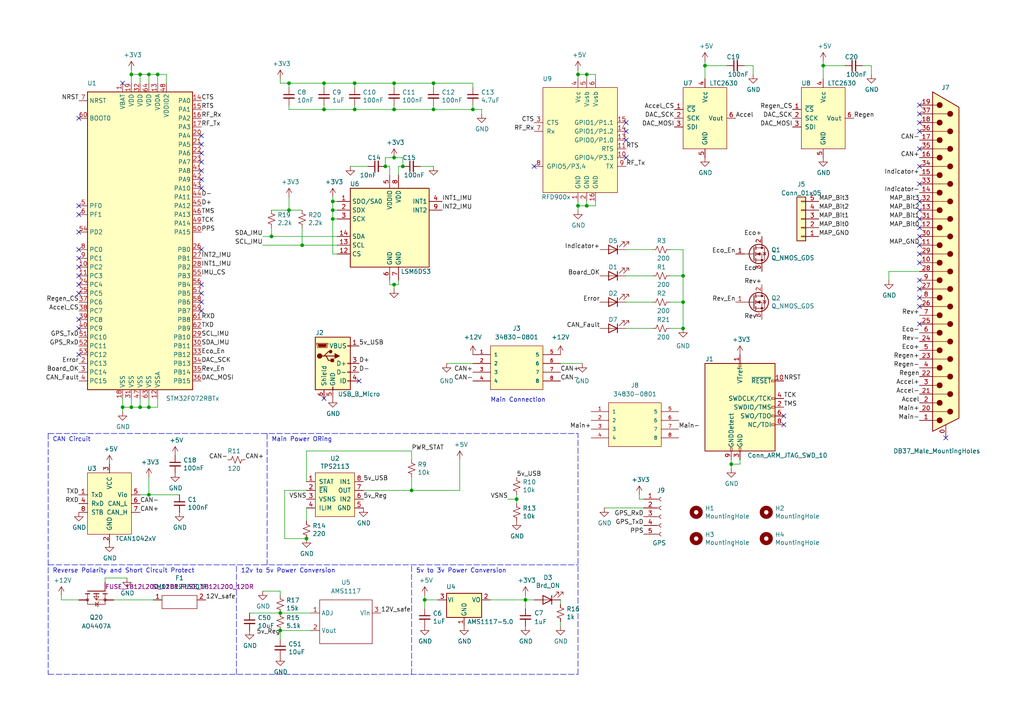
<source format=kicad_sch>
(kicad_sch (version 20211123) (generator eeschema)
  (paper "A4")
  (junction (at 198.12 87.63))
  (junction (at 125.73 31.75))
  (junction (at 119.38 142.24))
  (junction (at 114.3 82.55))
  (junction (at 137.16 31.75))
  (junction (at 212.09 134.62))
  (junction (at 114.3 31.75))
  (junction (at 111.76 48.26))
  (junction (at 204.47 19.05))
  (junction (at 167.64 59.69))
  (junction (at 78.74 68.58))
  (junction (at 81.28 182.88))
  (junction (at 38.1 118.11))
  (junction (at 102.87 31.75))
  (junction (at 198.12 80.01))
  (junction (at 83.82 60.96))
  (junction (at 96.52 63.5))
  (junction (at 43.18 21.59))
  (junction (at 96.52 60.96))
  (junction (at 38.1 21.59))
  (junction (at 43.18 143.51))
  (junction (at 88.9 156.21))
  (junction (at 125.73 24.13))
  (junction (at 149.86 144.78))
  (junction (at 114.3 24.13))
  (junction (at 238.76 19.05))
  (junction (at 87.63 71.12))
  (junction (at 40.64 21.59))
  (junction (at 152.4 173.99))
  (junction (at 83.82 24.13))
  (junction (at 40.64 118.11))
  (junction (at 96.52 58.42))
  (junction (at 170.18 21.59))
  (junction (at 45.72 21.59))
  (junction (at 102.87 24.13))
  (junction (at 167.64 21.59))
  (junction (at 93.98 31.75))
  (junction (at 35.56 118.11))
  (junction (at 170.18 59.69))
  (junction (at 43.18 118.11))
  (junction (at 114.3 45.72))
  (junction (at 123.19 173.99))
  (junction (at 81.28 177.8))
  (junction (at 93.98 24.13))
  (junction (at 198.12 95.25))
  (junction (at 116.84 48.26))
  (no_connect (at 266.7 30.48))
  (no_connect (at 181.61 45.72))
  (no_connect (at 227.33 120.65))
  (no_connect (at 58.42 39.37))
  (no_connect (at 22.86 85.09))
  (no_connect (at 154.94 48.26))
  (no_connect (at 22.86 77.47))
  (no_connect (at 227.33 123.19))
  (no_connect (at 104.14 110.49))
  (no_connect (at 58.42 72.39))
  (no_connect (at 58.42 52.07))
  (no_connect (at 58.42 87.63))
  (no_connect (at 181.61 40.64))
  (no_connect (at 266.7 35.56))
  (no_connect (at 58.42 46.99))
  (no_connect (at 22.86 95.25))
  (no_connect (at 181.61 38.1))
  (no_connect (at 93.98 115.57))
  (no_connect (at 22.86 74.93))
  (no_connect (at 22.86 82.55))
  (no_connect (at 22.86 92.71))
  (no_connect (at 58.42 85.09))
  (no_connect (at 58.42 54.61))
  (no_connect (at 58.42 49.53))
  (no_connect (at 266.7 60.96))
  (no_connect (at 266.7 76.2))
  (no_connect (at 266.7 81.28))
  (no_connect (at 266.7 86.36))
  (no_connect (at 266.7 71.12))
  (no_connect (at 266.7 66.04))
  (no_connect (at 274.32 127))
  (no_connect (at 35.56 24.13))
  (no_connect (at 266.7 53.34))
  (no_connect (at 266.7 58.42))
  (no_connect (at 266.7 63.5))
  (no_connect (at 266.7 43.18))
  (no_connect (at 266.7 48.26))
  (no_connect (at 266.7 33.02))
  (no_connect (at 266.7 38.1))
  (no_connect (at 266.7 73.66))
  (no_connect (at 266.7 68.58))
  (no_connect (at 266.7 83.82))
  (no_connect (at 266.7 88.9))
  (no_connect (at 266.7 93.98))
  (no_connect (at 181.61 35.56))
  (no_connect (at 22.86 67.31))
  (no_connect (at 22.86 72.39))
  (no_connect (at 22.86 80.01))
  (no_connect (at 58.42 90.17))
  (no_connect (at 22.86 102.87))
  (no_connect (at 22.86 62.23))
  (no_connect (at 58.42 44.45))
  (no_connect (at 58.42 82.55))
  (no_connect (at 22.86 59.69))
  (no_connect (at 58.42 41.91))
  (no_connect (at 22.86 34.29))
  (wire (pts (xy 81.28 182.88) (xy 90.17 182.88)))
  (wire (pts (xy 194.31 72.39) (xy 198.12 72.39)))
  (wire (pts (xy 218.44 19.05) (xy 215.9 19.05)))
  (wire (pts (xy 97.79 60.96) (xy 96.52 60.96)))
  (wire (pts (xy 96.52 58.42) (xy 96.52 60.96)))
  (wire (pts (xy 78.74 60.96) (xy 83.82 60.96)))
  (wire (pts (xy 38.1 118.11) (xy 35.56 118.11)))
  (polyline (pts (xy 77.47 125.73) (xy 77.47 163.83)))
  (wire (pts (xy 102.87 24.13) (xy 114.3 24.13)))
  (wire (pts (xy 198.12 87.63) (xy 198.12 95.25)))
  (wire (pts (xy 133.35 133.35) (xy 133.35 142.24)))
  (wire (pts (xy 252.73 19.05) (xy 250.19 19.05)))
  (wire (pts (xy 45.72 21.59) (xy 48.26 21.59)))
  (wire (pts (xy 43.18 143.51) (xy 52.07 143.51)))
  (wire (pts (xy 181.61 72.39) (xy 189.23 72.39)))
  (wire (pts (xy 149.86 143.51) (xy 149.86 144.78)))
  (wire (pts (xy 113.03 81.28) (xy 113.03 82.55)))
  (wire (pts (xy 17.78 173.99) (xy 22.86 173.99)))
  (wire (pts (xy 212.09 133.35) (xy 212.09 134.62)))
  (wire (pts (xy 93.98 30.48) (xy 93.98 31.75)))
  (wire (pts (xy 167.64 21.59) (xy 167.64 22.86)))
  (wire (pts (xy 40.64 115.57) (xy 40.64 118.11)))
  (wire (pts (xy 83.82 31.75) (xy 83.82 30.48)))
  (wire (pts (xy 48.26 21.59) (xy 48.26 24.13)))
  (wire (pts (xy 82.55 142.24) (xy 82.55 156.21)))
  (wire (pts (xy 93.98 25.4) (xy 93.98 24.13)))
  (wire (pts (xy 149.86 144.78) (xy 147.32 144.78)))
  (wire (pts (xy 78.74 68.58) (xy 97.79 68.58)))
  (wire (pts (xy 30.48 168.91) (xy 30.48 167.64)))
  (wire (pts (xy 214.63 134.62) (xy 212.09 134.62)))
  (polyline (pts (xy 13.97 163.83) (xy 167.64 163.83)))
  (wire (pts (xy 96.52 63.5) (xy 96.52 60.96)))
  (wire (pts (xy 93.98 24.13) (xy 102.87 24.13)))
  (wire (pts (xy 38.1 21.59) (xy 40.64 21.59)))
  (wire (pts (xy 167.64 20.32) (xy 167.64 21.59)))
  (wire (pts (xy 170.18 21.59) (xy 170.18 22.86)))
  (wire (pts (xy 123.19 173.99) (xy 123.19 176.53)))
  (wire (pts (xy 204.47 17.78) (xy 204.47 19.05)))
  (wire (pts (xy 252.73 21.59) (xy 252.73 19.05)))
  (wire (pts (xy 40.64 143.51) (xy 43.18 143.51)))
  (wire (pts (xy 181.61 95.25) (xy 189.23 95.25)))
  (wire (pts (xy 81.28 24.13) (xy 83.82 24.13)))
  (wire (pts (xy 119.38 138.43) (xy 119.38 142.24)))
  (wire (pts (xy 185.42 144.78) (xy 186.69 144.78)))
  (wire (pts (xy 129.54 105.41) (xy 137.16 105.41)))
  (wire (pts (xy 93.98 31.75) (xy 83.82 31.75)))
  (wire (pts (xy 111.76 48.26) (xy 111.76 45.72)))
  (wire (pts (xy 204.47 19.05) (xy 210.82 19.05)))
  (wire (pts (xy 88.9 139.7) (xy 88.9 130.81)))
  (wire (pts (xy 113.03 82.55) (xy 114.3 82.55)))
  (wire (pts (xy 82.55 142.24) (xy 88.9 142.24)))
  (wire (pts (xy 115.57 48.26) (xy 116.84 48.26)))
  (wire (pts (xy 87.63 71.12) (xy 97.79 71.12)))
  (wire (pts (xy 102.87 30.48) (xy 102.87 31.75)))
  (wire (pts (xy 81.28 172.72) (xy 81.28 171.45)))
  (polyline (pts (xy 167.64 195.58) (xy 167.64 125.73)))
  (wire (pts (xy 43.18 21.59) (xy 45.72 21.59)))
  (wire (pts (xy 152.4 172.72) (xy 152.4 173.99)))
  (wire (pts (xy 123.19 173.99) (xy 127 173.99)))
  (wire (pts (xy 194.31 87.63) (xy 198.12 87.63)))
  (wire (pts (xy 45.72 115.57) (xy 45.72 118.11)))
  (wire (pts (xy 114.3 30.48) (xy 114.3 31.75)))
  (wire (pts (xy 40.64 118.11) (xy 38.1 118.11)))
  (wire (pts (xy 170.18 59.69) (xy 170.18 58.42)))
  (wire (pts (xy 111.76 45.72) (xy 114.3 45.72)))
  (wire (pts (xy 152.4 173.99) (xy 152.4 176.53)))
  (wire (pts (xy 198.12 72.39) (xy 198.12 80.01)))
  (wire (pts (xy 139.7 33.02) (xy 139.7 31.75)))
  (wire (pts (xy 172.72 59.69) (xy 172.72 58.42)))
  (wire (pts (xy 114.3 82.55) (xy 114.3 83.82)))
  (wire (pts (xy 167.64 59.69) (xy 167.64 60.96)))
  (wire (pts (xy 170.18 21.59) (xy 172.72 21.59)))
  (polyline (pts (xy 13.97 125.73) (xy 167.64 125.73)))
  (wire (pts (xy 125.73 48.26) (xy 121.92 48.26)))
  (wire (pts (xy 81.28 177.8) (xy 90.17 177.8)))
  (wire (pts (xy 72.39 177.8) (xy 81.28 177.8)))
  (wire (pts (xy 266.7 78.74) (xy 257.81 78.74)))
  (wire (pts (xy 115.57 82.55) (xy 114.3 82.55)))
  (wire (pts (xy 76.2 68.58) (xy 78.74 68.58)))
  (wire (pts (xy 96.52 57.15) (xy 96.52 58.42)))
  (wire (pts (xy 167.64 21.59) (xy 170.18 21.59)))
  (wire (pts (xy 114.3 31.75) (xy 102.87 31.75)))
  (wire (pts (xy 137.16 31.75) (xy 125.73 31.75)))
  (wire (pts (xy 96.52 58.42) (xy 97.79 58.42)))
  (wire (pts (xy 175.26 147.32) (xy 186.69 147.32)))
  (wire (pts (xy 194.31 95.25) (xy 198.12 95.25)))
  (wire (pts (xy 76.2 71.12) (xy 87.63 71.12)))
  (wire (pts (xy 114.3 45.72) (xy 116.84 45.72)))
  (wire (pts (xy 115.57 81.28) (xy 115.57 82.55)))
  (polyline (pts (xy 13.97 195.58) (xy 167.64 195.58)))
  (wire (pts (xy 154.94 173.99) (xy 152.4 173.99)))
  (wire (pts (xy 212.09 134.62) (xy 212.09 135.89)))
  (wire (pts (xy 162.56 173.99) (xy 162.56 175.26)))
  (wire (pts (xy 30.48 167.64) (xy 36.83 167.64)))
  (wire (pts (xy 238.76 22.86) (xy 238.76 19.05)))
  (wire (pts (xy 33.02 173.99) (xy 46.99 173.99)))
  (wire (pts (xy 78.74 66.04) (xy 78.74 68.58)))
  (wire (pts (xy 81.28 22.86) (xy 81.28 24.13)))
  (wire (pts (xy 119.38 142.24) (xy 133.35 142.24)))
  (wire (pts (xy 189.23 87.63) (xy 181.61 87.63)))
  (wire (pts (xy 43.18 118.11) (xy 40.64 118.11)))
  (wire (pts (xy 88.9 151.13) (xy 88.9 147.32)))
  (wire (pts (xy 101.6 48.26) (xy 106.68 48.26)))
  (polyline (pts (xy 119.38 195.58) (xy 119.38 163.83)))
  (wire (pts (xy 125.73 31.75) (xy 114.3 31.75)))
  (wire (pts (xy 123.19 172.72) (xy 123.19 173.99)))
  (wire (pts (xy 167.64 59.69) (xy 170.18 59.69)))
  (wire (pts (xy 115.57 50.8) (xy 115.57 48.26)))
  (wire (pts (xy 17.78 172.72) (xy 17.78 173.99)))
  (wire (pts (xy 97.79 63.5) (xy 96.52 63.5)))
  (wire (pts (xy 116.84 45.72) (xy 116.84 48.26)))
  (wire (pts (xy 83.82 57.15) (xy 83.82 60.96)))
  (wire (pts (xy 185.42 143.51) (xy 185.42 144.78)))
  (wire (pts (xy 137.16 30.48) (xy 137.16 31.75)))
  (wire (pts (xy 83.82 60.96) (xy 87.63 60.96)))
  (wire (pts (xy 125.73 30.48) (xy 125.73 31.75)))
  (wire (pts (xy 125.73 24.13) (xy 137.16 24.13)))
  (wire (pts (xy 38.1 21.59) (xy 38.1 20.32)))
  (wire (pts (xy 35.56 119.38) (xy 35.56 118.11)))
  (wire (pts (xy 40.64 21.59) (xy 43.18 21.59)))
  (polyline (pts (xy 13.97 125.73) (xy 13.97 195.58)))
  (wire (pts (xy 238.76 19.05) (xy 245.11 19.05)))
  (wire (pts (xy 181.61 80.01) (xy 189.23 80.01)))
  (wire (pts (xy 38.1 24.13) (xy 38.1 21.59)))
  (wire (pts (xy 194.31 80.01) (xy 198.12 80.01)))
  (wire (pts (xy 45.72 21.59) (xy 45.72 24.13)))
  (wire (pts (xy 139.7 31.75) (xy 137.16 31.75)))
  (wire (pts (xy 113.03 48.26) (xy 111.76 48.26)))
  (wire (pts (xy 35.56 118.11) (xy 35.56 115.57)))
  (wire (pts (xy 96.52 63.5) (xy 96.52 73.66)))
  (wire (pts (xy 162.56 180.34) (xy 162.56 181.61)))
  (wire (pts (xy 82.55 156.21) (xy 88.9 156.21)))
  (wire (pts (xy 88.9 130.81) (xy 119.38 130.81)))
  (wire (pts (xy 81.28 182.88) (xy 81.28 185.42)))
  (wire (pts (xy 87.63 66.04) (xy 87.63 71.12)))
  (wire (pts (xy 113.03 50.8) (xy 113.03 48.26)))
  (wire (pts (xy 142.24 173.99) (xy 152.4 173.99)))
  (wire (pts (xy 125.73 25.4) (xy 125.73 24.13)))
  (wire (pts (xy 43.18 21.59) (xy 43.18 24.13)))
  (wire (pts (xy 97.79 73.66) (xy 96.52 73.66)))
  (wire (pts (xy 204.47 22.86) (xy 204.47 19.05)))
  (wire (pts (xy 43.18 115.57) (xy 43.18 118.11)))
  (wire (pts (xy 198.12 80.01) (xy 198.12 87.63)))
  (wire (pts (xy 167.64 58.42) (xy 167.64 59.69)))
  (wire (pts (xy 43.18 138.43) (xy 43.18 143.51)))
  (wire (pts (xy 172.72 21.59) (xy 172.72 22.86)))
  (wire (pts (xy 40.64 21.59) (xy 40.64 24.13)))
  (wire (pts (xy 83.82 25.4) (xy 83.82 24.13)))
  (wire (pts (xy 119.38 130.81) (xy 119.38 133.35)))
  (wire (pts (xy 114.3 25.4) (xy 114.3 24.13)))
  (wire (pts (xy 76.2 171.45) (xy 81.28 171.45)))
  (wire (pts (xy 45.72 118.11) (xy 43.18 118.11)))
  (wire (pts (xy 257.81 78.74) (xy 257.81 81.28)))
  (wire (pts (xy 83.82 24.13) (xy 93.98 24.13)))
  (wire (pts (xy 137.16 24.13) (xy 137.16 25.4)))
  (polyline (pts (xy 68.58 195.58) (xy 68.58 163.83)))
  (wire (pts (xy 214.63 133.35) (xy 214.63 134.62)))
  (wire (pts (xy 149.86 144.78) (xy 149.86 146.05)))
  (wire (pts (xy 218.44 21.59) (xy 218.44 19.05)))
  (wire (pts (xy 114.3 24.13) (xy 125.73 24.13)))
  (wire (pts (xy 105.41 142.24) (xy 119.38 142.24)))
  (wire (pts (xy 38.1 115.57) (xy 38.1 118.11)))
  (wire (pts (xy 162.56 105.41) (xy 168.91 105.41)))
  (wire (pts (xy 102.87 25.4) (xy 102.87 24.13)))
  (wire (pts (xy 102.87 31.75) (xy 93.98 31.75)))
  (wire (pts (xy 170.18 59.69) (xy 172.72 59.69)))
  (wire (pts (xy 238.76 17.78) (xy 238.76 19.05)))
  (text "Reverse Polarity and Short Circuit Protect\n" (at 15.24 166.37 0) (effects (font (size 1.27 1.27)) (justify left bottom)))
  (text "5v to 3v Power Conversion" (at 120.65 166.37 0) (effects (font (size 1.27 1.27)) (justify left bottom)))
  (text "Main Connection\n" (at 142.24 116.84 0) (effects (font (size 1.27 1.27)) (justify left bottom)))
  (text "CAN Circuit" (at 15.24 128.27 0) (effects (font (size 1.27 1.27)) (justify left bottom)))
  (text "Main Power ORing" (at 78.74 128.27 0) (effects (font (size 1.27 1.27)) (justify left bottom)))
  (text "12v to 5v Power Conversion" (at 69.85 166.37 0) (effects (font (size 1.27 1.27)) (justify left bottom)))
  (label "Regen" (at 247.65 34.29 0))
  (label "NRST" (at 227.33 110.49 0))
  (label "Main-" (at 196.85 124.46 0))
  (label "CAN-" (at 40.64 146.05 0))
  (label "MAP_Bit1" (at 237.49 63.5 0))
  (label "MAP_Bit3" (at 266.7 58.42 180))
  (label "Error" (at 173.99 87.63 180))
  (label "Board_OK" (at 22.86 107.95 180))
  (label "Indicator+" (at 173.99 72.39 180))
  (label "TXD" (at 58.42 95.25 0))
  (label "Rev-" (at 266.7 99.06 180))
  (label "Eco+" (at 266.7 101.6 180))
  (label "Rev+" (at 266.7 91.44 180))
  (label "D-" (at 104.14 107.95 0))
  (label "DAC_SCK" (at 229.87 34.29 180))
  (label "INT1_IMU" (at 58.42 77.47 0))
  (label "CAN+" (at 40.64 148.59 0))
  (label "SCL_IMU" (at 58.42 97.79 0))
  (label "D+" (at 58.42 59.69 0))
  (label "TCK" (at 227.33 115.57 0))
  (label "MAP_Bit2" (at 237.49 60.96 0))
  (label "5v_Reg" (at 81.28 184.15 180))
  (label "RXD" (at 58.42 92.71 0))
  (label "Main+" (at 171.45 124.46 180))
  (label "CAN+" (at 71.12 133.35 0))
  (label "DAC_SCK" (at 58.42 105.41 0))
  (label "CAN+" (at 162.56 107.95 0))
  (label "CTS" (at 154.94 35.56 180))
  (label "GPS_TxD" (at 186.69 152.4 180))
  (label "5v_USB" (at 105.41 139.7 0))
  (label "Eco+" (at 220.98 68.58 180))
  (label "Accel-" (at 266.7 114.3 180))
  (label "Regen_CS" (at 229.87 31.75 180))
  (label "SDA_IMU" (at 76.2 68.58 180))
  (label "5v_USB" (at 149.86 138.43 0))
  (label "RTS" (at 181.61 43.18 0))
  (label "DAC_SCK" (at 195.58 34.29 180))
  (label "CAN+" (at 266.7 45.72 180))
  (label "TCK" (at 58.42 64.77 0))
  (label "Rev_En" (at 58.42 107.95 0))
  (label "Main+" (at 266.7 119.38 180))
  (label "TMS" (at 58.42 62.23 0))
  (label "TXD" (at 22.86 143.51 180))
  (label "Error" (at 22.86 105.41 180))
  (label "12V_safe" (at 59.69 173.99 0))
  (label "CAN+" (at 137.16 107.95 180))
  (label "GPS_RxD" (at 186.69 149.86 180))
  (label "Regen" (at 266.7 109.22 180))
  (label "PPS" (at 186.69 154.94 180))
  (label "VSNS" (at 88.9 144.78 180))
  (label "CAN-" (at 137.16 110.49 180))
  (label "VSNS" (at 147.32 144.78 180))
  (label "RF_Rx" (at 154.94 38.1 180))
  (label "Eco-" (at 220.98 78.74 180))
  (label "RXD" (at 22.86 146.05 180))
  (label "Rev_En" (at 213.36 87.63 180))
  (label "CAN-" (at 162.56 110.49 0))
  (label "GPS_RxD" (at 22.86 100.33 180))
  (label "5v_USB" (at 104.14 100.33 0))
  (label "NRST" (at 22.86 29.21 180))
  (label "IMU_CS" (at 58.42 80.01 0))
  (label "Board_OK" (at 173.99 80.01 180))
  (label "SCL_IMU" (at 76.2 71.12 180))
  (label "INT2_IMU" (at 58.42 74.93 0))
  (label "D+" (at 104.14 105.41 0))
  (label "GPS_TxD" (at 22.86 97.79 180))
  (label "INT2_IMU" (at 128.27 60.96 0))
  (label "PWR_STAT" (at 119.38 130.81 0))
  (label "MAP_GND" (at 237.49 68.58 0))
  (label "RF_Rx" (at 58.42 34.29 0))
  (label "Main-" (at 266.7 121.92 180))
  (label "MAP_Bit0" (at 266.7 66.04 180))
  (label "Eco_En" (at 213.36 73.66 180))
  (label "Rev+" (at 220.98 82.55 180))
  (label "12V_safe" (at 110.49 177.8 0))
  (label "MAP_Bit0" (at 237.49 66.04 0))
  (label "SDA_IMU" (at 58.42 100.33 0))
  (label "RF_Tx" (at 181.61 48.26 0))
  (label "RTS" (at 58.42 31.75 0))
  (label "Regen-" (at 266.7 106.68 180))
  (label "DAC_MOSI" (at 195.58 36.83 180))
  (label "DAC_MOSI" (at 58.42 110.49 0))
  (label "CTS" (at 58.42 29.21 0))
  (label "Indicator-" (at 266.7 55.88 180))
  (label "Eco-" (at 266.7 96.52 180))
  (label "Accel" (at 213.36 34.29 0))
  (label "Accel_CS" (at 22.86 90.17 180))
  (label "Rev-" (at 220.98 92.71 180))
  (label "Accel" (at 266.7 116.84 180))
  (label "Indicator+" (at 266.7 50.8 180))
  (label "MAP_GND" (at 266.7 71.12 180))
  (label "PPS" (at 58.42 67.31 0))
  (label "MAP_Bit2" (at 266.7 60.96 180))
  (label "Eco_En" (at 58.42 102.87 0))
  (label "TMS" (at 227.33 118.11 0))
  (label "CAN-" (at 66.04 133.35 180))
  (label "5v_Reg" (at 105.41 144.78 0))
  (label "Accel+" (at 266.7 111.76 180))
  (label "RF_Tx" (at 58.42 36.83 0))
  (label "MAP_Bit1" (at 266.7 63.5 180))
  (label "CAN_Fault" (at 22.86 110.49 180))
  (label "CAN-" (at 266.7 40.64 180))
  (label "MAP_Bit3" (at 237.49 58.42 0))
  (label "Regen_CS" (at 22.86 87.63 180))
  (label "D-" (at 58.42 57.15 0))
  (label "CAN_Fault" (at 173.99 95.25 180))
  (label "DAC_MOSI" (at 229.87 36.83 180))
  (label "Regen+" (at 266.7 104.14 180))
  (label "Accel_CS" (at 195.58 31.75 180))
  (label "INT1_IMU" (at 128.27 58.42 0))
  (symbol (lib_id "MCU_ST_STM32F0:STM32F072RBTx") (at 40.64 69.85 0) (unit 1)
    (property "Reference" "U1" (at 26.67 24.13 0))
    (property "Value" "STM32F072RBTx" (at 55.88 115.57 0))
    (property "Footprint" "Package_QFP:LQFP-64_10x10mm_P0.5mm" (effects hide))
    (property "Datasheet" "http://www.st.com/st-web-ui/static/active/en/resource/technical/document/datasheet/DM00090510.pdf" (effects hide))
  )
  (symbol (lib_id "Device:LED") (at 177.8 80.01 180) (unit 1)
    (property "Reference" "D1" (at 177.8 77.47 0))
    (property "Value" "Board OK" (effects hide))
    (property "Footprint" "LED_SMD:LED_0805_2012Metric" (effects hide))
    (property "LCSC#" "C2297" (effects hide))
  )
  (symbol (lib_id "Device:LED") (at 177.8 87.63 180) (unit 1)
    (property "Reference" "D2" (at 177.8 85.09 0))
    (property "Value" "Error" (effects hide))
    (property "Footprint" "LED_SMD:LED_0603_1608Metric" (effects hide))
    (property "LCSC#" "C2286" (effects hide))
  )
  (symbol (lib_id "power:GND") (at 35.56 119.38 0) (unit 1)
    (property "Reference" "#PWR06" (effects hide))
    (property "Value" "GND" (at 35.687 123.7742 0))
  )
  (symbol (lib_id "power:+3.3V") (at 38.1 20.32 0) (unit 1)
    (property "Reference" "#PWR01" (effects hide))
    (property "Value" "+3.3V" (at 38.481 15.9258 0))
  )
  (symbol (lib_id "Connector:Conn_ARM_JTAG_SWD_10") (at 214.63 118.11 0) (unit 1)
    (property "Reference" "J1" (at 207.01 104.14 0) (effects (justify right)))
    (property "Value" "Conn_ARM_JTAG_SWD_10" (at 240.03 132.08 0) (effects (justify right)))
    (property "Footprint" "Connector_PinHeader_1.27mm:PinHeader_2x05_P1.27mm_Vertical_SMD" (effects hide))
    (property "Datasheet" "http://infocenter.arm.com/help/topic/com.arm.doc.ddi0314h/DDI0314H_coresight_components_trm.pdf" (effects hide))
  )
  (symbol (lib_id "power:+3.3V") (at 214.63 102.87 0) (unit 1)
    (property "Reference" "#PWR02" (effects hide))
    (property "Value" "+3.3V" (at 215.011 98.4758 0))
  )
  (symbol (lib_id "power:GND") (at 212.09 135.89 0) (unit 1)
    (property "Reference" "#PWR04" (effects hide))
    (property "Value" "GND" (at 212.217 140.2842 0))
  )
  (symbol (lib_id "power:GND") (at 22.86 148.59 0) (unit 1)
    (property "Reference" "#PWR018" (effects hide))
    (property "Value" "GND" (at 22.987 152.9842 0))
  )
  (symbol (lib_id "power:+3.3V") (at 43.18 138.43 0) (unit 1)
    (property "Reference" "#PWR014" (effects hide))
    (property "Value" "+3.3V" (at 43.561 134.0358 0))
  )
  (symbol (lib_id "Device:C_Small") (at 52.07 146.05 0) (unit 1)
    (property "Reference" "C1" (at 54.4068 144.8816 0) (effects (justify left)))
    (property "Value" "100nF" (at 54.4068 147.193 0) (effects (justify left)))
    (property "Footprint" "Capacitor_SMD:C_0402_1005Metric" (effects hide))
    (property "LCSC#" "C307331" (effects hide))
  )
  (symbol (lib_id "power:GND") (at 52.07 148.59 0) (unit 1)
    (property "Reference" "#PWR019" (effects hide))
    (property "Value" "GND" (at 52.197 152.9842 0))
  )
  (symbol (lib_id "Device:R_Small_US") (at 68.58 133.35 90) (unit 1)
    (property "Reference" "R11" (at 69.85 130.81 90) (effects (justify left)))
    (property "Value" "120" (at 69.85 135.89 90) (effects (justify left)))
    (property "Footprint" "Resistor_SMD:R_1206_3216Metric_Pad1.30x1.75mm_HandSolder" (effects hide))
  )
  (symbol (lib_id "power:GND") (at 31.75 157.48 0) (unit 1)
    (property "Reference" "#PWR025" (effects hide))
    (property "Value" "GND" (at 31.877 161.8742 0))
  )
  (symbol (lib_id "JohnLib:TPS2113") (at 95.25 137.16 0) (unit 1)
    (property "Reference" "U2" (at 97.155 132.969 0))
    (property "Value" "TPS2113" (at 97.155 135.2804 0))
    (property "Footprint" "Package_SO:TSSOP-8_4.4x3mm_P0.65mm" (effects hide))
    (property "Datasheet" "https://datasheet.lcsc.com/lcsc/1804162222_Texas-Instruments-TPS2113APWR_C130052.pdf" (effects hide))
  )
  (symbol (lib_id "Connector:USB_B_Micro") (at 96.52 105.41 0) (unit 1)
    (property "Reference" "J2" (at 92.71 96.52 0))
    (property "Value" "USB_B_Micro" (at 104.14 114.3 0))
    (property "Footprint" "Connector_USB:USB_Micro-B_Molex_47346-0001" (effects hide))
  )
  (symbol (lib_id "power:GND") (at 105.41 147.32 0) (unit 1)
    (property "Reference" "#PWR015" (effects hide))
    (property "Value" "GND" (at 105.537 151.7142 0))
  )
  (symbol (lib_id "power:+5V") (at 123.19 172.72 0) (unit 1)
    (property "Reference" "#PWR026" (effects hide))
    (property "Value" "+5V" (at 123.571 168.3258 0))
  )
  (symbol (lib_id "power:GND") (at 96.52 115.57 0) (unit 1)
    (property "Reference" "#PWR05" (effects hide))
    (property "Value" "GND" (at 96.647 119.9642 0))
  )
  (symbol (lib_id "Device:R_Small_US") (at 88.9 153.67 0) (unit 1)
    (property "Reference" "R14" (at 90.6272 152.5016 0) (effects (justify left)))
    (property "Value" "220" (at 90.6272 154.813 0) (effects (justify left)))
    (property "Footprint" "Resistor_SMD:R_0603_1608Metric" (effects hide))
    (property "LCSC#" "C22962" (effects hide))
  )
  (symbol (lib_id "Device:R_Small_US") (at 81.28 175.26 0) (unit 1)
    (property "Reference" "R17" (at 83.0072 174.0916 0) (effects (justify left)))
    (property "Value" "15k" (at 83.0072 176.403 0) (effects (justify left)))
    (property "Footprint" "Resistor_SMD:R_0603_1608Metric" (effects hide))
    (property "LCSC#" "C4190" (effects hide))
  )
  (symbol (lib_id "power:GND") (at 88.9 156.21 0) (unit 1)
    (property "Reference" "#PWR023" (effects hide))
    (property "Value" "GND" (at 89.027 160.6042 0))
  )
  (symbol (lib_id "Device:R_Small_US") (at 119.38 135.89 0) (unit 1)
    (property "Reference" "R9" (at 121.1072 134.7216 0) (effects (justify left)))
    (property "Value" "10k" (at 121.1072 137.033 0) (effects (justify left)))
    (property "Footprint" "Resistor_SMD:R_0603_1608Metric" (effects hide))
    (property "LCSC#" "C25804" (effects hide))
  )
  (symbol (lib_id "Device:R_Small_US") (at 149.86 140.97 0) (unit 1)
    (property "Reference" "R10" (at 151.5872 139.8016 0) (effects (justify left)))
    (property "Value" "10k" (at 151.5872 142.113 0) (effects (justify left)))
    (property "Footprint" "Resistor_SMD:R_0603_1608Metric" (effects hide))
    (property "LCSC#" "C25804" (effects hide))
  )
  (symbol (lib_id "Device:R_Small_US") (at 149.86 148.59 0) (unit 1)
    (property "Reference" "R13" (at 151.5872 147.4216 0) (effects (justify left)))
    (property "Value" "10k" (at 151.5872 149.733 0) (effects (justify left)))
    (property "Footprint" "Resistor_SMD:R_0603_1608Metric" (effects hide))
    (property "LCSC#" "C25804" (effects hide))
  )
  (symbol (lib_id "power:GND") (at 149.86 151.13 0) (unit 1)
    (property "Reference" "#PWR021" (effects hide))
    (property "Value" "GND" (at 149.987 155.5242 0))
  )
  (symbol (lib_id "Regulator_Linear:AMS1117-5.0") (at 134.62 173.99 0) (unit 1)
    (property "Reference" "U4" (at 130.81 170.18 0))
    (property "Value" "AMS1117-5.0" (at 142.24 180.34 0))
    (property "Footprint" "Package_TO_SOT_SMD:SOT-223-3_TabPin2" (effects hide))
    (property "Datasheet" "http://www.advanced-monolithic.com/pdf/ds1117.pdf" (effects hide))
    (property "LCSC#" "C6186" (effects hide))
  )
  (symbol (lib_id "Device:C_Small") (at 123.19 179.07 0) (unit 1)
    (property "Reference" "C6" (at 125.5268 177.9016 0) (effects (justify left)))
    (property "Value" "1uF" (at 125.5268 180.213 0) (effects (justify left)))
    (property "Footprint" "Capacitor_SMD:C_0402_1005Metric" (effects hide))
    (property "LCSC#" "C52923" (effects hide))
  )
  (symbol (lib_id "Device:C_Small") (at 152.4 179.07 0) (unit 1)
    (property "Reference" "C7" (at 154.94 177.8 0) (effects (justify left)))
    (property "Value" "1uF" (at 154.94 180.34 0) (effects (justify left)))
    (property "Footprint" "Capacitor_SMD:C_0402_1005Metric" (effects hide))
    (property "LCSC#" "C52923" (effects hide))
  )
  (symbol (lib_id "Device:R_Small_US") (at 162.56 177.8 0) (unit 1)
    (property "Reference" "R16" (at 164.2872 176.6316 0) (effects (justify left)))
    (property "Value" "1k" (at 164.2872 178.943 0) (effects (justify left)))
    (property "Footprint" "Resistor_SMD:R_0603_1608Metric" (effects hide))
    (property "LCSC#" "C21190" (effects hide))
  )
  (symbol (lib_id "power:GND") (at 123.19 181.61 0) (unit 1)
    (property "Reference" "#PWR031" (effects hide))
    (property "Value" "GND" (at 123.317 186.0042 0))
  )
  (symbol (lib_id "power:GND") (at 134.62 181.61 0) (unit 1)
    (property "Reference" "#PWR032" (effects hide))
    (property "Value" "GND" (at 134.747 186.0042 0))
  )
  (symbol (lib_id "power:GND") (at 152.4 181.61 0) (unit 1)
    (property "Reference" "#PWR033" (effects hide))
    (property "Value" "GND" (at 152.527 186.0042 0))
  )
  (symbol (lib_id "power:+3V3") (at 152.4 172.72 0) (unit 1)
    (property "Reference" "#PWR027" (effects hide))
    (property "Value" "+3V3" (at 152.781 168.3258 0))
  )
  (symbol (lib_id "JohnLib:TCAN1042xV") (at 25.4 156.21 0) (unit 1)
    (property "Reference" "U3" (at 26.67 135.89 0))
    (property "Value" "TCAN1042xV" (at 39.37 156.21 0))
    (property "Footprint" "JohnLib:SOIC-8" (effects hide))
  )
  (symbol (lib_id "Mechanical:MountingHole") (at 201.93 148.59 0) (unit 1)
    (property "Reference" "H1" (at 204.47 147.4216 0) (effects (justify left)))
    (property "Value" "MountingHole" (at 204.47 149.733 0) (effects (justify left)))
    (property "Footprint" "MountingHole:MountingHole_3.2mm_M3" (effects hide))
  )
  (symbol (lib_id "power:GND") (at 162.56 181.61 0) (unit 1)
    (property "Reference" "#PWR034" (effects hide))
    (property "Value" "GND" (at 162.687 186.0042 0))
  )
  (symbol (lib_id "Mechanical:MountingHole") (at 201.93 156.21 0) (unit 1)
    (property "Reference" "H3" (at 204.47 155.0416 0) (effects (justify left)))
    (property "Value" "MountingHole" (at 204.47 157.353 0) (effects (justify left)))
    (property "Footprint" "MountingHole:MountingHole_3.2mm_M3" (effects hide))
  )
  (symbol (lib_id "Device:LED") (at 158.75 173.99 180) (unit 1)
    (property "Reference" "D3" (at 158.9278 167.513 0))
    (property "Value" "Brd_ON" (at 158.9278 169.8244 0))
    (property "Footprint" "LED_SMD:LED_0805_2012Metric" (effects hide))
    (property "LCSC#" "C2297" (effects hide))
  )
  (symbol (lib_id "Mechanical:MountingHole") (at 222.25 148.59 0) (unit 1)
    (property "Reference" "H2" (at 224.79 147.4216 0) (effects (justify left)))
    (property "Value" "MountingHole" (at 224.79 149.733 0) (effects (justify left)))
    (property "Footprint" "MountingHole:MountingHole_3.2mm_M3" (effects hide))
  )
  (symbol (lib_id "Mechanical:MountingHole") (at 222.25 156.21 0) (unit 1)
    (property "Reference" "H4" (at 224.79 155.0416 0) (effects (justify left)))
    (property "Value" "MountingHole" (at 224.79 157.353 0) (effects (justify left)))
    (property "Footprint" "MountingHole:MountingHole_3.2mm_M3" (effects hide))
  )
  (symbol (lib_id "Device:R_Small_US") (at 191.77 80.01 270) (unit 1)
    (property "Reference" "R1" (at 190.5 77.47 90) (effects (justify left)))
    (property "Value" "200" (at 190.5 82.55 90) (effects (justify left)))
    (property "Footprint" "Resistor_SMD:R_0603_1608Metric" (effects hide))
    (property "LCSC#" "C8218" (effects hide))
  )
  (symbol (lib_id "Device:R_Small_US") (at 191.77 87.63 270) (unit 1)
    (property "Reference" "R2" (at 190.5 85.09 90) (effects (justify left)))
    (property "Value" "200" (at 190.5 90.17 90) (effects (justify left)))
    (property "Footprint" "Resistor_SMD:R_0603_1608Metric" (effects hide))
    (property "LCSC#" "C8218" (effects hide))
  )
  (symbol (lib_id "Device:C_Small") (at 102.87 27.94 0) (unit 1)
    (property "Reference" "C10" (at 105.2068 26.7716 0) (effects (justify left)))
    (property "Value" "100nF" (at 105.2068 29.083 0) (effects (justify left)))
    (property "Footprint" "Capacitor_SMD:C_0402_1005Metric" (effects hide))
    (property "LCSC#" "C307331" (effects hide))
  )
  (symbol (lib_id "Device:C_Small") (at 114.3 27.94 0) (unit 1)
    (property "Reference" "C11" (at 116.6368 26.7716 0) (effects (justify left)))
    (property "Value" "100nF" (at 116.6368 29.083 0) (effects (justify left)))
    (property "Footprint" "Capacitor_SMD:C_0402_1005Metric" (effects hide))
    (property "LCSC#" "C307331" (effects hide))
  )
  (symbol (lib_id "Device:C_Small") (at 125.73 27.94 0) (unit 1)
    (property "Reference" "C12" (at 128.0668 26.7716 0) (effects (justify left)))
    (property "Value" "100nF" (at 128.0668 29.083 0) (effects (justify left)))
    (property "Footprint" "Capacitor_SMD:C_0402_1005Metric" (effects hide))
    (property "LCSC#" "C307331" (effects hide))
  )
  (symbol (lib_id "Device:C_Small") (at 137.16 27.94 0) (unit 1)
    (property "Reference" "C13" (at 139.4968 26.7716 0) (effects (justify left)))
    (property "Value" "4.7uF" (at 139.4968 29.083 0) (effects (justify left)))
    (property "Footprint" "Capacitor_SMD:C_0402_1005Metric" (effects hide))
    (property "LCSC#" "C23733" (effects hide))
  )
  (symbol (lib_id "Device:C_Small") (at 83.82 27.94 0) (unit 1)
    (property "Reference" "C8" (at 86.1568 26.7716 0) (effects (justify left)))
    (property "Value" "10nF" (at 86.1568 29.083 0) (effects (justify left)))
    (property "Footprint" "Capacitor_SMD:C_0402_1005Metric" (effects hide))
    (property "LCSC#" "C15195" (effects hide))
  )
  (symbol (lib_id "Device:C_Small") (at 93.98 27.94 0) (unit 1)
    (property "Reference" "C9" (at 96.3168 26.7716 0) (effects (justify left)))
    (property "Value" "1uF" (at 96.3168 29.083 0) (effects (justify left)))
    (property "Footprint" "Capacitor_SMD:C_0402_1005Metric" (effects hide))
    (property "LCSC#" "C52923" (effects hide))
  )
  (symbol (lib_id "power:+3.3V") (at 81.28 22.86 0) (unit 1)
    (property "Reference" "#PWR038" (effects hide))
    (property "Value" "+3.3V" (at 81.661 18.4658 0))
  )
  (symbol (lib_id "power:GND") (at 139.7 33.02 0) (unit 1)
    (property "Reference" "#PWR039" (effects hide))
    (property "Value" "GND" (at 139.827 37.4142 0))
  )
  (symbol (lib_id "power:+5V") (at 133.35 133.35 0) (unit 1)
    (property "Reference" "#PWR0103" (effects hide))
    (property "Value" "+5V" (at 133.731 128.9558 0))
  )
  (symbol (lib_id "power:GND") (at 257.81 81.28 0) (unit 1)
    (property "Reference" "#PWR0112" (effects hide))
    (property "Value" "GND" (at 257.937 85.6742 0))
  )
  (symbol (lib_id "power:+5V") (at 31.75 134.62 0) (unit 1)
    (property "Reference" "#PWR0101" (effects hide))
    (property "Value" "+5V" (at 32.131 130.2258 0))
  )
  (symbol (lib_id "Device:LED") (at 177.8 72.39 180) (unit 1)
    (property "Reference" "D5" (at 177.8 69.85 0))
    (property "Value" "Board OK" (effects hide))
    (property "Footprint" "LED_SMD:LED_0805_2012Metric" (effects hide))
    (property "LCSC#" "C34499" (effects hide))
  )
  (symbol (lib_id "Device:R_Small_US") (at 191.77 72.39 270) (unit 1)
    (property "Reference" "R3" (at 190.5 69.85 90) (effects (justify left)))
    (property "Value" "200" (at 190.5 74.93 90) (effects (justify left)))
    (property "Footprint" "Resistor_SMD:R_0603_1608Metric" (effects hide))
    (property "LCSC#" "C8218" (effects hide))
  )
  (symbol (lib_id "Device:C_Small") (at 50.8 134.62 0) (unit 1)
    (property "Reference" "C18" (at 53.1368 133.4516 0) (effects (justify left)))
    (property "Value" "100nF" (at 53.1368 135.763 0) (effects (justify left)))
    (property "Footprint" "Capacitor_SMD:C_0402_1005Metric" (effects hide))
    (property "LCSC#" "C307331" (effects hide))
  )
  (symbol (lib_id "power:GND") (at 50.8 137.16 0) (unit 1)
    (property "Reference" "#PWR037" (effects hide))
    (property "Value" "GND" (at 50.927 141.5542 0))
  )
  (symbol (lib_id "power:+5V") (at 50.8 132.08 0) (unit 1)
    (property "Reference" "#PWR013" (effects hide))
    (property "Value" "+5V" (at 51.181 127.6858 0))
  )
  (symbol (lib_id "JohnLib:RFD900x") (at 157.48 52.07 0) (unit 1)
    (property "Reference" "U9" (at 158.75 22.86 0))
    (property "Value" "RFD900x" (at 161.29 57.15 0))
    (property "Footprint" "JohnLib:RFD900x" (effects hide))
  )
  (symbol (lib_id "power:GND") (at 167.64 60.96 0) (unit 1)
    (property "Reference" "#PWR0105" (effects hide))
    (property "Value" "GND" (at 167.767 65.3542 0))
  )
  (symbol (lib_id "power:+5V") (at 167.64 20.32 0) (unit 1)
    (property "Reference" "#PWR0106" (effects hide))
    (property "Value" "+5V" (at 168.021 15.9258 0))
  )
  (symbol (lib_id "power:+3V3") (at 185.42 143.51 0) (unit 1)
    (property "Reference" "#PWR0104" (effects hide))
    (property "Value" "+3V3" (at 185.801 139.1158 0))
  )
  (symbol (lib_id "JohnLib:LTC2630") (at 198.12 43.18 0) (unit 1)
    (property "Reference" "U7" (at 198.12 24.13 0) (effects (justify left)))
    (property "Value" "LTC2630" (at 205.74 24.13 0) (effects (justify left)))
    (property "Footprint" "Package_TO_SOT_SMD:SOT-363_SC-70-6_Handsoldering" (effects hide))
  )
  (symbol (lib_id "JohnLib:LTC2630") (at 232.41 43.18 0) (unit 1)
    (property "Reference" "U8" (at 232.41 24.13 0) (effects (justify left)))
    (property "Value" "LTC2630" (at 240.03 24.13 0) (effects (justify left)))
    (property "Footprint" "Package_TO_SOT_SMD:SOT-363_SC-70-6_Handsoldering" (effects hide))
  )
  (symbol (lib_id "power:+5V") (at 204.47 17.78 0) (unit 1)
    (property "Reference" "#PWR0107" (effects hide))
    (property "Value" "+5V" (at 204.851 13.3858 0))
  )
  (symbol (lib_id "power:GND") (at 204.47 45.72 0) (unit 1)
    (property "Reference" "#PWR0109" (effects hide))
    (property "Value" "GND" (at 204.597 50.1142 0))
  )
  (symbol (lib_id "power:GND") (at 238.76 45.72 0) (unit 1)
    (property "Reference" "#PWR0110" (effects hide))
    (property "Value" "GND" (at 238.887 50.1142 0))
  )
  (symbol (lib_id "Device:Q_NMOS_GDS") (at 218.44 87.63 0) (unit 1)
    (property "Reference" "Q2" (at 223.6724 86.4616 0) (effects (justify left)))
    (property "Value" "Q_NMOS_GDS" (at 223.6724 88.773 0) (effects (justify left)))
    (property "Footprint" "Package_TO_SOT_SMD:SOT-23" (effects hide))
    (property "LCSC#" "C20917" (effects hide))
  )
  (symbol (lib_id "Device:Q_NMOS_GDS") (at 218.44 73.66 0) (unit 1)
    (property "Reference" "Q1" (at 223.6724 72.4916 0) (effects (justify left)))
    (property "Value" "Q_NMOS_GDS" (at 223.6724 74.803 0) (effects (justify left)))
    (property "Footprint" "Package_TO_SOT_SMD:SOT-23" (effects hide))
    (property "LCSC#" "C20917" (effects hide))
  )
  (symbol (lib_id "Connector:Conn_01x05_Female") (at 191.77 149.86 0) (unit 1)
    (property "Reference" "J9" (at 190.5 142.24 0) (effects (justify left)))
    (property "Value" "GPS" (at 189.23 157.48 0) (effects (justify left)))
    (property "Footprint" "Connector_PinSocket_2.54mm:PinSocket_1x05_P2.54mm_Vertical" (effects hide))
  )
  (symbol (lib_id "power:GND") (at 175.26 147.32 0) (unit 1)
    (property "Reference" "#PWR0111" (effects hide))
    (property "Value" "GND" (at 175.387 151.7142 0))
  )
  (symbol (lib_id "power:+12V") (at 17.78 172.72 0) (unit 1)
    (property "Reference" "#PWR0102" (effects hide))
    (property "Value" "+12V" (at 18.161 168.3258 0))
  )
  (symbol (lib_id "power:GND") (at 168.91 105.41 0) (unit 1)
    (property "Reference" "#PWR0113" (effects hide))
    (property "Value" "GND" (at 168.91 110.49 0))
  )
  (symbol (lib_id "Device:R_Small_US") (at 81.28 180.34 0) (unit 1)
    (property "Reference" "R15" (at 83.0072 179.1716 0) (effects (justify left)))
    (property "Value" "5.1k" (at 83.0072 181.483 0) (effects (justify left)))
    (property "Footprint" "Resistor_SMD:R_0603_1608Metric" (effects hide))
    (property "LCSC#" "C25804" (effects hide))
  )
  (symbol (lib_id "34830-0801:34830-0801") (at 149.86 105.41 0) (unit 1)
    (property "Reference" "J3" (at 149.86 95.25 0))
    (property "Value" "34830-0801" (at 149.86 97.79 0))
    (property "Footprint" "MOLEX_34830-0801" (effects hide))
    (property "MAXIMUM_PACKAGE_HEIGHT" "25.75 mm" (effects hide))
    (property "STANDARD" "Manufacturer Recommendations" (effects hide))
    (property "PARTREV" "A2" (effects hide))
    (property "MANUFACTURER" "Molex" (effects hide))
  )
  (symbol (lib_id "Device:LED") (at 177.8 95.25 180) (unit 1)
    (property "Reference" "D7" (at 177.8 92.71 0))
    (property "Value" "CAN ERR" (effects hide))
    (property "Footprint" "LED_SMD:LED_0603_1608Metric" (effects hide))
    (property "LCSC#" "C2286" (effects hide))
  )
  (symbol (lib_id "Connector:DB37_Male_MountingHoles") (at 274.32 76.2 0) (unit 1)
    (property "Reference" "J7" (at 273.05 25.4 0) (effects (justify left)))
    (property "Value" "DB37_Male_MountingHoles" (at 259.08 130.81 0) (effects (justify left)))
    (property "Footprint" "Connector_Dsub:DSUB-37_Male_Horizontal_P2.77x2.84mm_EdgePinOffset7.70mm_Housed_MountingHolesOffset9.12mm" (effects hide))
    (property "Datasheet" " ~" (effects hide))
  )
  (symbol (lib_id "power:GND") (at 252.73 21.59 0) (unit 1)
    (property "Reference" "#PWR09" (effects hide))
    (property "Value" "GND" (at 252.857 25.9842 0))
  )
  (symbol (lib_id "New_Library:AMS1117") (at 100.33 172.72 0) (unit 1)
    (property "Reference" "U5" (at 100.33 168.91 0))
    (property "Value" "AMS1117" (at 100.33 171.45 0))
    (property "Footprint" "AMS1117 (1):SOT229P700X180-4N" (effects hide))
  )
  (symbol (lib_id "power:GND") (at 36.83 167.64 0) (unit 1)
    (property "Reference" "#PWR0123" (effects hide))
    (property "Value" "GND" (at 36.957 172.0342 0))
  )
  (symbol (lib_id "Device:C_Small") (at 213.36 19.05 90) (unit 1)
    (property "Reference" "C19" (at 214.63 16.51 90) (effects (justify left)))
    (property "Value" "100nF" (at 217.17 21.59 90) (effects (justify left)))
    (property "Footprint" "Capacitor_SMD:C_0402_1005Metric" (effects hide))
    (property "LCSC#" "C307331" (effects hide))
  )
  (symbol (lib_id "power:+3.3V") (at 96.52 57.15 0) (unit 1)
    (property "Reference" "#PWR0108" (effects hide))
    (property "Value" "+3.3V" (at 96.901 52.7558 0))
  )
  (symbol (lib_id "power:GND") (at 129.54 105.41 0) (unit 1)
    (property "Reference" "#PWR0114" (effects hide))
    (property "Value" "GND" (at 129.54 110.49 0))
  )
  (symbol (lib_id "power:+12V") (at 162.56 102.87 0) (unit 1)
    (property "Reference" "#PWR0121" (effects hide))
    (property "Value" "+12V" (at 162.56 97.79 0))
  )
  (symbol (lib_id "power:+3.3V") (at 114.3 45.72 0) (unit 1)
    (property "Reference" "#PWR0117" (effects hide))
    (property "Value" "+3.3V" (at 114.681 41.3258 0))
  )
  (symbol (lib_id "power:GND") (at 114.3 83.82 0) (unit 1)
    (property "Reference" "#PWR0115" (effects hide))
    (property "Value" "GND" (effects hide))
  )
  (symbol (lib_id "34830-0801:34830-0801") (at 184.15 121.92 0) (unit 1)
    (property "Reference" "J8" (at 184.15 111.76 0))
    (property "Value" "34830-0801" (at 184.15 114.3 0))
    (property "Footprint" "MOLEX_34830-0801" (effects hide))
    (property "MAXIMUM_PACKAGE_HEIGHT" "25.75 mm" (effects hide))
    (property "STANDARD" "Manufacturer Recommendations" (effects hide))
    (property "PARTREV" "A2" (effects hide))
    (property "MANUFACTURER" "Molex" (effects hide))
  )
  (symbol (lib_id "power:GND") (at 76.2 171.45 0) (unit 1)
    (property "Reference" "#PWR0124" (effects hide))
    (property "Value" "GND" (at 76.327 175.8442 0))
  )
  (symbol (lib_id "power:GND") (at 72.39 182.88 0) (unit 1)
    (property "Reference" "#PWR0125" (effects hide))
    (property "Value" "GND" (at 72.517 187.2742 0))
  )
  (symbol (lib_id "Device:R_Small_US") (at 87.63 63.5 0) (unit 1)
    (property "Reference" "R20" (at 89.3572 62.3316 0) (effects (justify left)))
    (property "Value" "2.2k" (at 89.3572 64.643 0) (effects (justify left)))
    (property "Footprint" "Resistor_SMD:R_0603_1608Metric" (effects hide))
    (property "LCSC#" "C4190" (effects hide))
  )
  (symbol (lib_id "Device:C_Small") (at 72.39 180.34 0) (unit 1)
    (property "Reference" "C50" (at 74.7268 179.1716 0) (effects (justify left)))
    (property "Value" "10uF" (at 74.7268 181.483 0) (effects (justify left)))
    (property "Footprint" "Capacitor_SMD:C_0402_1005Metric" (effects hide))
    (property "LCSC#" "C52923" (effects hide))
  )
  (symbol (lib_id "Device:C_Small") (at 109.22 48.26 90) (unit 1)
    (property "Reference" "C14" (at 110.49 45.72 90) (effects (justify left)))
    (property "Value" "10nF" (at 109.22 50.8 90) (effects (justify left)))
    (property "Footprint" "Capacitor_SMD:C_0402_1005Metric" (effects hide))
    (property "LCSC#" "C15195" (effects hide))
  )
  (symbol (lib_id "Device:C_Small") (at 247.65 19.05 90) (unit 1)
    (property "Reference" "C20" (at 248.92 16.51 90) (effects (justify left)))
    (property "Value" "100nF" (at 251.46 21.59 90) (effects (justify left)))
    (property "Footprint" "Capacitor_SMD:C_0402_1005Metric" (effects hide))
    (property "LCSC#" "C307331" (effects hide))
  )
  (symbol (lib_id "power:GND") (at 101.6 48.26 0) (unit 1)
    (property "Reference" "#PWR0119" (effects hide))
    (property "Value" "GND" (effects hide))
  )
  (symbol (lib_id "Connector_Generic:Conn_01x05") (at 232.41 63.5 180) (unit 1)
    (property "Reference" "J5" (at 232.41 53.4502 0))
    (property "Value" "Conn_01x05" (at 232.41 55.9871 0))
    (property "Footprint" "Connector_Wire:SolderWire-0.75sqmm_1x05_P4.8mm_D1.25mm_OD2.3mm" (effects hide))
  )
  (symbol (lib_id "power:GND") (at 125.73 48.26 0) (unit 1)
    (property "Reference" "#PWR0118" (effects hide))
    (property "Value" "GND" (effects hide))
  )
  (symbol (lib_id "Device:R_Small_US") (at 78.74 63.5 0) (unit 1)
    (property "Reference" "R19" (at 80.4672 62.3316 0) (effects (justify left)))
    (property "Value" "2.2k" (at 80.4672 64.643 0) (effects (justify left)))
    (property "Footprint" "Resistor_SMD:R_0603_1608Metric" (effects hide))
    (property "LCSC#" "C4190" (effects hide))
  )
  (symbol (lib_id "power:+5V") (at 238.76 17.78 0) (unit 1)
    (property "Reference" "#PWR08" (effects hide))
    (property "Value" "+5V" (at 239.141 13.3858 0))
  )
  (symbol (lib_id "power:GND") (at 81.28 190.5 0) (unit 1)
    (property "Reference" "#PWR0126" (effects hide))
    (property "Value" "GND" (at 81.407 194.8942 0))
  )
  (symbol (lib_id "power:GND") (at 198.12 95.25 0) (unit 1)
    (property "Reference" "#PWR0122" (effects hide))
    (property "Value" "GND" (at 198.12 100.33 0))
  )
  (symbol (lib_id "Sensor_Motion:LSM6DS3") (at 113.03 66.04 0) (unit 1)
    (property "Reference" "U6" (at 102.87 53.34 0))
    (property "Value" "LSM6DS3" (at 120.65 78.74 0))
    (property "Footprint" "Package_LGA:LGA-14_3x2.5mm_P0.5mm_LayoutBorder3x4y" (effects hide))
    (property "Datasheet" "www.st.com/resource/en/datasheet/lsm6ds3.pdf" (effects hide))
    (property "LCSC#" "C784817" (effects hide))
  )
  (symbol (lib_id "Device:C_Small") (at 81.28 187.96 0) (unit 1)
    (property "Reference" "C51" (at 83.6168 186.7916 0) (effects (justify left)))
    (property "Value" "10uF" (at 83.6168 189.103 0) (effects (justify left)))
    (property "Footprint" "Capacitor_SMD:C_0402_1005Metric" (effects hide))
    (property "LCSC#" "C52923" (effects hide))
  )
  (symbol (lib_id "New_Library:SMD1812P300TF") (at 52.07 170.18 0) (unit 1)
    (property "Reference" "F1" (at 52.07 167.64 0))
    (property "Value" "SMD1812P300TF" (at 52.07 170.18 0))
    (property "Footprint" "FUSE_1812L200_12DR:FUSE_1812L200_12DR" (at 52.07 170.18 0))
  )
  (symbol (lib_id "AO4407A:AO4407A") (at 27.94 171.45 270) (unit 1)
    (property "Reference" "Q20" (at 27.94 179.07 90))
    (property "Value" "AO4407A" (at 27.94 181.61 90))
    (property "Footprint" "SOIC127P600X175-8N" (effects hide))
    (property "PARTREV" "I" (effects hide))
    (property "MANUFACTURER" "Alpha & Omega Semiconductor" (effects hide))
    (property "STANDARD" "IPC 7351B" (effects hide))
    (property "MAXIMUM_PACKAGE_HEIGHT" "1.75 mm" (effects hide))
  )
  (symbol (lib_id "Device:R_Small_US") (at 191.77 95.25 270) (unit 1)
    (property "Reference" "R21" (at 190.5 92.71 90) (effects (justify left)))
    (property "Value" "200" (at 190.5 97.79 90) (effects (justify left)))
    (property "Footprint" "Resistor_SMD:R_0603_1608Metric" (effects hide))
    (property "LCSC#" "C8218" (effects hide))
  )
  (symbol (lib_id "power:GND") (at 218.44 21.59 0) (unit 1)
    (property "Reference" "#PWR07" (effects hide))
    (property "Value" "GND" (at 218.567 25.9842 0))
  )
  (symbol (lib_id "Device:C_Small") (at 119.38 48.26 90) (unit 1)
    (property "Reference" "C15" (at 120.65 45.72 90) (effects (justify left)))
    (property "Value" "100nF" (at 123.19 50.8 90) (effects (justify left)))
    (property "Footprint" "Capacitor_SMD:C_0402_1005Metric" (effects hide))
    (property "LCSC#" "C307331" (effects hide))
  )
  (symbol (lib_id "power:+3.3V") (at 83.82 57.15 0) (unit 1)
    (property "Reference" "#PWR0120" (effects hide))
    (property "Value" "+3.3V" (at 84.201 52.7558 0))
  )
  (symbol (lib_id "power:+12V") (at 137.16 102.87 0) (unit 1)
    (property "Reference" "#PWR0116" (effects hide))
    (property "Value" "+12V" (at 137.16 97.79 0))
  )
)
</source>
